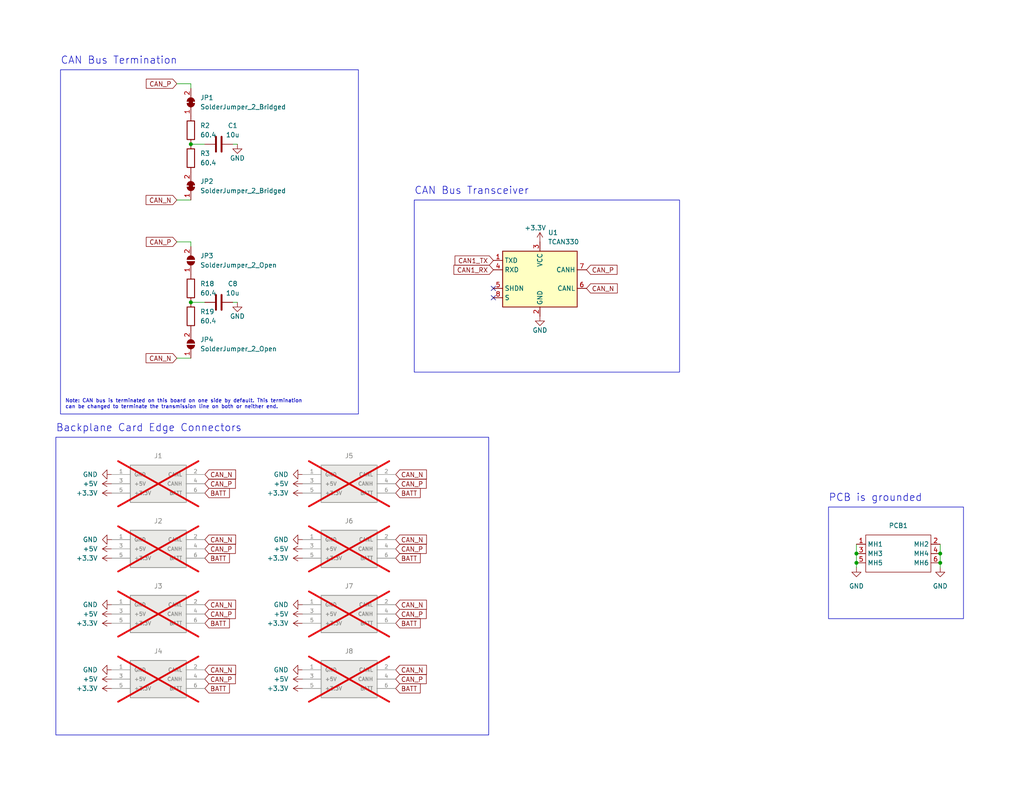
<source format=kicad_sch>
(kicad_sch (version 20230121) (generator eeschema)
  (paper "USLetter")
  (lib_symbols
    (symbol "Device:R" (pin_numbers hide) (pin_names (offset 0))
      (property "Reference" "R" (at 2.032 0 90))
      (property "Value" "R" (at 0 0 90))
      (symbol "R_0_1"
        (rectangle (start -1.016 -2.54) (end 1.016 2.54) (stroke (width 0.254)))
      )
      (symbol "R_1_1"
        (pin passive line (at 0 3.81 270) (length 1.27) (name "~") (number "1"))
        (pin passive line (at 0 -3.81 90) (length 1.27) (name "~") (number "2"))
      )
    )
    (symbol "Interface_CAN_LIN:TCAN330"
      (property "Reference" "U" (at -10.16 8.89 0))
      (property "Value" "TCAN330" (at 2.54 8.89 0))
      (symbol "TCAN330_0_1"
        (rectangle (start -10.16 7.62) (end 10.16 -7.62) (stroke (width 0.254)) (fill (type background)))
      )
      (symbol "TCAN330_1_1"
        (pin input line (at -12.7 5.08 0) (length 2.54) (name "TXD") (number "1"))
        (pin power_in line (at 0 -10.16 90) (length 2.54) (name "GND") (number "2"))
        (pin power_in line (at 0 10.16 270) (length 2.54) (name "VCC") (number "3"))
        (pin tri_state line (at -12.7 2.54 0) (length 2.54) (name "RXD") (number "4"))
        (pin input line (at -12.7 -2.54 0) (length 2.54) (name "SHDN") (number "5"))
        (pin bidirectional line (at 12.7 -2.54 180) (length 2.54) (name "CANL") (number "6"))
        (pin bidirectional line (at 12.7 2.54 180) (length 2.54) (name "CANH") (number "7"))
        (pin input line (at -12.7 -5.08 0) (length 2.54) (name "S") (number "8"))
      )
    )
    (symbol "Jumper:SolderJumper_2_Bridged" (pin_names (offset 0) hide)
      (property "Reference" "JP" (at 0 2.032 0))
      (property "Value" "SolderJumper_2_Bridged" (at 0 -2.54 0))
      (symbol "SolderJumper_2_Bridged_0_1"
        (rectangle (start -0.508 0.508) (end 0.508 -0.508) (fill (type outline)))
        (arc (start -0.254 1.016) (mid -1.2656 0) (end -0.254 -1.016))
        (arc (start -0.254 1.016) (mid -1.2656 0) (end -0.254 -1.016) (fill (type outline)))
        (polyline (pts (xy -0.254 1.016) (xy -0.254 -1.016)))
        (polyline (pts (xy 0.254 1.016) (xy 0.254 -1.016)))
        (arc (start 0.254 -1.016) (mid 1.2656 0) (end 0.254 1.016))
        (arc (start 0.254 -1.016) (mid 1.2656 0) (end 0.254 1.016) (fill (type outline)))
      )
      (symbol "SolderJumper_2_Bridged_1_1"
        (pin passive line (at -3.81 0 0) (length 2.54) (name "A") (number "1"))
        (pin passive line (at 3.81 0 180) (length 2.54) (name "B") (number "2"))
      )
    )
    (symbol "Jumper:SolderJumper_2_Open" (pin_names (offset 0) hide)
      (property "Reference" "JP" (at 0 2.032 0))
      (property "Value" "SolderJumper_2_Open" (at 0 -2.54 0))
      (symbol "SolderJumper_2_Open_0_1"
        (arc (start -0.254 1.016) (mid -1.2656 0) (end -0.254 -1.016))
        (arc (start -0.254 1.016) (mid -1.2656 0) (end -0.254 -1.016) (fill (type outline)))
        (polyline (pts (xy -0.254 1.016) (xy -0.254 -1.016)))
        (polyline (pts (xy 0.254 1.016) (xy 0.254 -1.016)))
        (arc (start 0.254 -1.016) (mid 1.2656 0) (end 0.254 1.016))
        (arc (start 0.254 -1.016) (mid 1.2656 0) (end 0.254 1.016) (fill (type outline)))
      )
      (symbol "SolderJumper_2_Open_1_1"
        (pin passive line (at -3.81 0 0) (length 2.54) (name "A") (number "1"))
        (pin passive line (at 3.81 0 180) (length 2.54) (name "B") (number "2"))
      )
    )
    (symbol "TVSC:Backplane_Connector_Producer" (pin_names (offset 1.016))
      (property "Reference" "J" (at 0 6.35 0))
      (symbol "Backplane_Connector_Producer_0_0"
        (rectangle (start -7.62 5.08) (end 7.62 -5.08) (stroke (width 0.254)) (fill (type background)))
      )
      (symbol "Backplane_Connector_Producer_1_0"
        (pin power_in line (at -12.7 2.54 0) (length 5.08) (name "GND") (number "1"))
        (pin bidirectional line (at 12.7 2.54 180) (length 5.08) (name "CANL") (number "2"))
        (pin power_in line (at -12.7 0 0) (length 5.08) (name "+5V") (number "3"))
        (pin bidirectional line (at 12.7 0 180) (length 5.08) (name "CANH") (number "4"))
        (pin power_in line (at -12.7 -2.54 0) (length 5.08) (name "+3.3V") (number "5"))
        (pin passive line (at 12.7 -2.54 180) (length 5.08) (name "BATT") (number "6"))
      )
    )
    (symbol "TVSC:Interior_Side_Panel_PCB" (in_bom no)
      (property "Reference" "PCB" (at 0 0 0))
      (symbol "Interior_Side_Panel_PCB_0_1"
        (rectangle (start -8.89 5.08) (end 8.89 -5.08))
      )
      (symbol "Interior_Side_Panel_PCB_1_1"
        (pin power_in line (at -11.43 2.54 0) (length 2.54) (name "MH1") (number "1"))
        (pin power_in line (at 11.43 2.54 180) (length 2.54) (name "MH2") (number "2"))
        (pin power_in line (at -11.43 0 0) (length 2.54) (name "MH3") (number "3"))
        (pin power_in line (at 11.43 0 180) (length 2.54) (name "MH4") (number "4"))
        (pin power_in line (at -11.43 -2.54 0) (length 2.54) (name "MH5") (number "5"))
        (pin power_in line (at 11.43 -2.54 180) (length 2.54) (name "MH6") (number "6"))
      )
    )
    (symbol "TVSC:Large_Decoupling_Capacitor" (pin_numbers hide) (pin_names (offset 0.254))
      (property "Reference" "C" (at 0.635 2.54 0))
      (property "Value" "10u" (at 0.635 -2.54 0))
      (symbol "Large_Decoupling_Capacitor_0_1"
        (polyline (pts (xy -2.032 -0.762) (xy 2.032 -0.762)) (stroke (width 0.508)))
        (polyline (pts (xy -2.032 0.762) (xy 2.032 0.762)) (stroke (width 0.508)))
      )
      (symbol "Large_Decoupling_Capacitor_1_1"
        (pin passive line (at 0 3.81 270) (length 2.794) (name "~") (number "1"))
        (pin passive line (at 0 -3.81 90) (length 2.794) (name "~") (number "2"))
      )
    )
    (symbol "power:+3.3V" (power) (pin_names (offset 0))
      (property "Value" "+3.3V" (at 0 3.556 0))
      (symbol "+3.3V_0_1"
        (polyline (pts (xy -0.762 1.27) (xy 0 2.54)))
        (polyline (pts (xy 0 0) (xy 0 2.54)))
        (polyline (pts (xy 0 2.54) (xy 0.762 1.27)))
      )
      (symbol "+3.3V_1_1"
        (pin power_in line (at 0 0 90) (length 0) hide (name "+3.3V") (number "1"))
      )
    )
    (symbol "power:+5V" (power) (pin_names (offset 0))
      (property "Value" "+5V" (at 0 3.556 0))
      (symbol "+5V_0_1"
        (polyline (pts (xy -0.762 1.27) (xy 0 2.54)))
        (polyline (pts (xy 0 0) (xy 0 2.54)))
        (polyline (pts (xy 0 2.54) (xy 0.762 1.27)))
      )
      (symbol "+5V_1_1"
        (pin power_in line (at 0 0 90) (length 0) hide (name "+5V") (number "1"))
      )
    )
    (symbol "power:GND" (power) (pin_names (offset 0))
      (property "Value" "GND" (at 0 -3.81 0))
      (symbol "GND_0_1"
        (polyline (pts (xy 0 0) (xy 0 -1.27) (xy 1.27 -1.27) (xy 0 -2.54) (xy -1.27 -1.27) (xy 0 -1.27)))
      )
      (symbol "GND_1_1"
        (pin power_in line (at 0 0 270) (length 0) hide (name "GND") (number "1"))
      )
    )
  )
  (junction (at 256.54 151.13))
  (junction (at 233.68 151.13))
  (junction (at 52.07 39.37))
  (junction (at 52.07 82.55))
  (junction (at 256.54 153.67))
  (junction (at 233.68 153.67))
  (no_connect (at 134.62 78.74))
  (no_connect (at 134.62 81.28))
  (wire (pts (xy 52.07 66.04) (xy 48.26 66.04)))
  (wire (pts (xy 256.54 148.59) (xy 256.54 151.13)))
  (wire (pts (xy 52.07 54.61) (xy 48.26 54.61)))
  (wire (pts (xy 55.88 39.37) (xy 52.07 39.37)))
  (wire (pts (xy 55.88 82.55) (xy 52.07 82.55)))
  (wire (pts (xy 63.5 82.55) (xy 64.77 82.55)))
  (wire (pts (xy 233.68 151.13) (xy 233.68 153.67)))
  (wire (pts (xy 52.07 22.86) (xy 48.26 22.86)))
  (wire (pts (xy 52.07 66.04) (xy 52.07 67.31)))
  (wire (pts (xy 52.07 22.86) (xy 52.07 24.13)))
  (wire (pts (xy 52.07 97.79) (xy 48.26 97.79)))
  (wire (pts (xy 233.68 153.67) (xy 233.68 154.94)))
  (wire (pts (xy 256.54 153.67) (xy 256.54 154.94)))
  (wire (pts (xy 256.54 151.13) (xy 256.54 153.67)))
  (wire (pts (xy 63.5 39.37) (xy 64.77 39.37)))
  (wire (pts (xy 233.68 148.59) (xy 233.68 151.13)))
  (rectangle (start 226.06 138.43) (end 262.89 168.91))
  (rectangle (start 16.51 19.05) (end 97.79 113.03))
  (rectangle (start 113.03 54.61) (end 185.42 101.6))
  (rectangle (start 15.24 119.38) (end 133.35 200.66))
  (text "Note: CAN bus is terminated on this board on one side by default. This termination\ncan be changed to terminate the transmission line on both or neither end." (at 17.78 111.76 0) (effects (font (size 1 1)) (justify left bottom)))
  (text "PCB is grounded" (at 226.06 137.16 0) (effects (font (size 2 2)) (justify left bottom)))
  (text "CAN Bus Transceiver" (at 113.03 53.34 0) (effects (font (size 2 2)) (justify left bottom)))
  (text "CAN Bus Termination" (at 16.51 17.78 0) (effects (font (size 2 2)) (justify left bottom)))
  (text "Backplane Card Edge Connectors" (at 15.24 118.11 0) (effects (font (size 2 2)) (justify left bottom)))
  (global_label "BATT" (shape input) (at 55.88 170.18 0) (property "Intersheetrefs" "${INTERSHEET_REFS}" (at 63.159 170.18 0) (effects (justify left))))
  (global_label "BATT" (shape input) (at 107.95 152.4 0) (property "Intersheetrefs" "${INTERSHEET_REFS}" (at 115.229 152.4 0) (effects (justify left))))
  (global_label "CAN_P" (shape input) (at 55.88 185.42 0) (property "Intersheetrefs" "${INTERSHEET_REFS}" (at 63.8243 185.42 0) (effects (justify left))))
  (global_label "CAN_N" (shape input) (at 107.95 147.32 0) (property "Intersheetrefs" "${INTERSHEET_REFS}" (at 115.9548 147.32 0) (effects (justify left))))
  (global_label "CAN_N" (shape input) (at 48.26 97.79 180) (property "Intersheetrefs" "${INTERSHEET_REFS}" (at 39.2876 97.79 0) (effects (justify right))))
  (global_label "BATT" (shape input) (at 107.95 187.96 0) (property "Intersheetrefs" "${INTERSHEET_REFS}" (at 115.229 187.96 0) (effects (justify left))))
  (global_label "CAN_P" (shape input) (at 55.88 167.64 0) (property "Intersheetrefs" "${INTERSHEET_REFS}" (at 63.8243 167.64 0) (effects (justify left))))
  (global_label "CAN_N" (shape input) (at 107.95 182.88 0) (property "Intersheetrefs" "${INTERSHEET_REFS}" (at 115.9548 182.88 0) (effects (justify left))))
  (global_label "CAN_P" (shape input) (at 55.88 132.08 0) (property "Intersheetrefs" "${INTERSHEET_REFS}" (at 63.8243 132.08 0) (effects (justify left))))
  (global_label "CAN_N" (shape input) (at 55.88 165.1 0) (property "Intersheetrefs" "${INTERSHEET_REFS}" (at 63.8848 165.1 0) (effects (justify left))))
  (global_label "CAN_N" (shape input) (at 160.02 78.74 0) (property "Intersheetrefs" "${INTERSHEET_REFS}" (at 167.7224 78.74 0) (effects (justify left))))
  (global_label "CAN_P" (shape input) (at 107.95 149.86 0) (property "Intersheetrefs" "${INTERSHEET_REFS}" (at 115.8943 149.86 0) (effects (justify left))))
  (global_label "CAN_N" (shape input) (at 48.26 54.61 180) (property "Intersheetrefs" "${INTERSHEET_REFS}" (at 39.2876 54.61 0) (effects (justify right))))
  (global_label "CAN_N" (shape input) (at 55.88 129.54 0) (property "Intersheetrefs" "${INTERSHEET_REFS}" (at 63.8848 129.54 0) (effects (justify left))))
  (global_label "CAN1_RX" (shape input) (at 134.62 73.66 180) (property "Intersheetrefs" "${INTERSHEET_REFS}" (at 123.2891 73.66 0) (effects (justify right))))
  (global_label "CAN_N" (shape input) (at 107.95 129.54 0) (property "Intersheetrefs" "${INTERSHEET_REFS}" (at 115.9548 129.54 0) (effects (justify left))))
  (global_label "CAN_P" (shape input) (at 48.26 66.04 180) (property "Intersheetrefs" "${INTERSHEET_REFS}" (at 39.3481 66.04 0) (effects (justify right))))
  (global_label "CAN_P" (shape input) (at 107.95 185.42 0) (property "Intersheetrefs" "${INTERSHEET_REFS}" (at 115.8943 185.42 0) (effects (justify left))))
  (global_label "CAN_P" (shape input) (at 48.26 22.86 180) (property "Intersheetrefs" "${INTERSHEET_REFS}" (at 39.3481 22.86 0) (effects (justify right))))
  (global_label "CAN_P" (shape input) (at 107.95 132.08 0) (property "Intersheetrefs" "${INTERSHEET_REFS}" (at 115.8943 132.08 0) (effects (justify left))))
  (global_label "CAN_P" (shape input) (at 107.95 167.64 0) (property "Intersheetrefs" "${INTERSHEET_REFS}" (at 115.8943 167.64 0) (effects (justify left))))
  (global_label "BATT" (shape input) (at 55.88 187.96 0) (property "Intersheetrefs" "${INTERSHEET_REFS}" (at 63.159 187.96 0) (effects (justify left))))
  (global_label "CAN_N" (shape input) (at 55.88 182.88 0) (property "Intersheetrefs" "${INTERSHEET_REFS}" (at 63.8848 182.88 0) (effects (justify left))))
  (global_label "CAN_P" (shape input) (at 160.02 73.66 0) (property "Intersheetrefs" "${INTERSHEET_REFS}" (at 168.0248 73.66 0) (effects (justify left))))
  (global_label "CAN_N" (shape input) (at 55.88 147.32 0) (property "Intersheetrefs" "${INTERSHEET_REFS}" (at 63.8848 147.32 0) (effects (justify left))))
  (global_label "BATT" (shape input) (at 107.95 170.18 0) (property "Intersheetrefs" "${INTERSHEET_REFS}" (at 115.229 170.18 0) (effects (justify left))))
  (global_label "CAN_N" (shape input) (at 107.95 165.1 0) (property "Intersheetrefs" "${INTERSHEET_REFS}" (at 115.9548 165.1 0) (effects (justify left))))
  (global_label "CAN1_TX" (shape input) (at 134.62 71.12 180) (property "Intersheetrefs" "${INTERSHEET_REFS}" (at 123.5915 71.12 0) (effects (justify right))))
  (global_label "CAN_P" (shape input) (at 55.88 149.86 0) (property "Intersheetrefs" "${INTERSHEET_REFS}" (at 63.8243 149.86 0) (effects (justify left))))
  (global_label "BATT" (shape input) (at 107.95 134.62 0) (property "Intersheetrefs" "${INTERSHEET_REFS}" (at 115.229 134.62 0) (effects (justify left))))
  (global_label "BATT" (shape input) (at 55.88 134.62 0) (property "Intersheetrefs" "${INTERSHEET_REFS}" (at 63.159 134.62 0) (effects (justify left))))
  (global_label "BATT" (shape input) (at 55.88 152.4 0) (property "Intersheetrefs" "${INTERSHEET_REFS}" (at 63.159 152.4 0) (effects (justify left))))
  (symbol (lib_id "Jumper:SolderJumper_2_Open") (at 52.07 93.98 90) (unit 1)
    (property "Reference" "JP4" (at 54.61 92.71 90) (effects (justify right)))
    (property "Value" "SolderJumper_2_Open" (at 54.61 95.25 90) (effects (justify right)))
    (property "Footprint" "Jumper:SolderJumper-2_P1.3mm_Open_RoundedPad1.0x1.5mm" (effects hide))
  )
  (symbol (lib_id "power:+5V") (at 30.48 132.08 90) (unit 1)
    (property "Reference" "#PWR02" (effects hide))
    (property "Value" "+5V" (at 26.67 132.08 90) (effects (justify left)))
  )
  (symbol (lib_id "power:+3.3V") (at 30.48 187.96 90) (unit 1)
    (property "Reference" "#PWR017" (effects hide))
    (property "Value" "+3.3V" (at 26.67 187.96 90) (effects (justify left)))
  )
  (symbol (lib_id "power:+5V") (at 82.55 132.08 90) (unit 1)
    (property "Reference" "#PWR019" (effects hide))
    (property "Value" "+5V" (at 78.74 132.08 90) (effects (justify left)))
  )
  (symbol (lib_id "power:+5V") (at 82.55 185.42 90) (unit 1)
    (property "Reference" "#PWR028" (effects hide))
    (property "Value" "+5V" (at 78.74 185.42 90) (effects (justify left)))
  )
  (symbol (lib_id "TVSC:Backplane_Connector_Producer") (at 95.25 149.86 0) (unit 1) (dnp yes)
    (property "Reference" "J6" (at 95.25 142.24 0))
    (property "Value" "TE_Connectivity_7-5530843-7" (effects hide))
    (property "Footprint" "footprints:TE_Connectivity_7-5530843-7" (effects hide))
    (property "Datasheet" "https://www.te.com/commerce/DocumentDelivery/DDEController?Action=showdoc&DocId=Customer+Drawing%7F5530843%7FG1%7Fpdf%7FEnglish%7FENG_CD_5530843_G1.pdf" (effects hide))
    (property "Manufacturer" "TE Connectivity" (effects hide))
    (property "Manufacturer Part Number" "7-5530843-7" (effects hide))
    (property "MPN" "C4570400" (effects hide))
  )
  (symbol (lib_id "power:GND") (at 147.32 86.36 0) (unit 1)
    (property "Reference" "#PWR040" (effects hide))
    (property "Value" "GND" (at 147.32 90.17 0))
  )
  (symbol (lib_id "power:GND") (at 64.77 39.37 0) (unit 1)
    (property "Reference" "#PWR039" (effects hide))
    (property "Value" "GND" (at 64.77 43.18 0))
  )
  (symbol (lib_id "Device:R") (at 52.07 43.18 0) (unit 1)
    (property "Reference" "R3" (at 54.61 41.91 0) (effects (justify left)))
    (property "Value" "60.4" (at 54.61 44.45 0) (effects (justify left)))
    (property "Footprint" "Resistor_SMD:R_0402_1005Metric" (effects hide))
    (property "Active" "Y" (effects hide))
    (property "MPN" "C60310" (effects hide))
    (property "Manufacturer" "UNI-ROYAL" (effects hide))
    (property "Manufacturer Part Number" "0402WGF604JTCE" (effects hide))
  )
  (symbol (lib_id "power:+3.3V") (at 82.55 187.96 90) (unit 1)
    (property "Reference" "#PWR029" (effects hide))
    (property "Value" "+3.3V" (at 78.74 187.96 90) (effects (justify left)))
  )
  (symbol (lib_id "TVSC:Backplane_Connector_Producer") (at 95.25 167.64 0) (unit 1) (dnp yes)
    (property "Reference" "J7" (at 95.25 160.02 0))
    (property "Value" "TE_Connectivity_7-5530843-7" (effects hide))
    (property "Footprint" "footprints:TE_Connectivity_7-5530843-7" (effects hide))
    (property "Datasheet" "https://www.te.com/commerce/DocumentDelivery/DDEController?Action=showdoc&DocId=Customer+Drawing%7F5530843%7FG1%7Fpdf%7FEnglish%7FENG_CD_5530843_G1.pdf" (effects hide))
    (property "Manufacturer" "TE Connectivity" (effects hide))
    (property "Manufacturer Part Number" "7-5530843-7" (effects hide))
    (property "MPN" "C4570400" (effects hide))
  )
  (symbol (lib_id "power:GND") (at 233.68 154.94 0) (unit 1)
    (property "Reference" "#PWR01" (effects hide))
    (property "Value" "GND" (at 233.68 160.02 0))
  )
  (symbol (lib_id "TVSC:Backplane_Connector_Producer") (at 95.25 185.42 0) (unit 1) (dnp yes)
    (property "Reference" "J8" (at 95.25 177.8 0))
    (property "Value" "TE_Connectivity_7-5530843-7" (effects hide))
    (property "Footprint" "footprints:TE_Connectivity_7-5530843-7" (effects hide))
    (property "Datasheet" "https://www.te.com/commerce/DocumentDelivery/DDEController?Action=showdoc&DocId=Customer+Drawing%7F5530843%7FG1%7Fpdf%7FEnglish%7FENG_CD_5530843_G1.pdf" (effects hide))
    (property "Manufacturer" "TE Connectivity" (effects hide))
    (property "Manufacturer Part Number" "7-5530843-7" (effects hide))
    (property "MPN" "C4570400" (effects hide))
  )
  (symbol (lib_id "power:GND") (at 82.55 165.1 270) (unit 1)
    (property "Reference" "#PWR024" (effects hide))
    (property "Value" "GND" (at 78.74 165.1 90) (effects (justify right)))
  )
  (symbol (lib_id "power:+5V") (at 82.55 149.86 90) (unit 1)
    (property "Reference" "#PWR022" (effects hide))
    (property "Value" "+5V" (at 78.74 149.86 90) (effects (justify left)))
  )
  (symbol (lib_id "power:GND") (at 30.48 182.88 270) (unit 1)
    (property "Reference" "#PWR015" (effects hide))
    (property "Value" "GND" (at 26.67 182.88 90) (effects (justify right)))
  )
  (symbol (lib_id "power:GND") (at 64.77 82.55 0) (unit 1)
    (property "Reference" "#PWR050" (effects hide))
    (property "Value" "GND" (at 64.77 86.36 0))
  )
  (symbol (lib_id "Jumper:SolderJumper_2_Bridged") (at 52.07 50.8 90) (unit 1)
    (property "Reference" "JP2" (at 54.61 49.53 90) (effects (justify right)))
    (property "Value" "SolderJumper_2_Bridged" (at 54.61 52.07 90) (effects (justify right)))
    (property "Footprint" "Jumper:SolderJumper-2_P1.3mm_Bridged_RoundedPad1.0x1.5mm" (effects hide))
  )
  (symbol (lib_id "power:GND") (at 82.55 182.88 270) (unit 1)
    (property "Reference" "#PWR027" (effects hide))
    (property "Value" "GND" (at 78.74 182.88 90) (effects (justify right)))
  )
  (symbol (lib_id "power:+3.3V") (at 30.48 170.18 90) (unit 1)
    (property "Reference" "#PWR014" (effects hide))
    (property "Value" "+3.3V" (at 26.67 170.18 90) (effects (justify left)))
  )
  (symbol (lib_id "power:GND") (at 82.55 129.54 270) (unit 1)
    (property "Reference" "#PWR018" (effects hide))
    (property "Value" "GND" (at 78.74 129.54 90) (effects (justify right)))
  )
  (symbol (lib_id "power:+5V") (at 30.48 149.86 90) (unit 1)
    (property "Reference" "#PWR010" (effects hide))
    (property "Value" "+5V" (at 26.67 149.86 90) (effects (justify left)))
  )
  (symbol (lib_id "Device:R") (at 52.07 35.56 0) (unit 1)
    (property "Reference" "R2" (at 54.61 34.29 0) (effects (justify left)))
    (property "Value" "60.4" (at 54.61 36.83 0) (effects (justify left)))
    (property "Footprint" "Resistor_SMD:R_0402_1005Metric" (effects hide))
    (property "Active" "Y" (effects hide))
    (property "MPN" "C60310" (effects hide))
    (property "Manufacturer" "UNI-ROYAL" (effects hide))
    (property "Manufacturer Part Number" "0402WGF604JTCE" (effects hide))
  )
  (symbol (lib_id "TVSC:Large_Decoupling_Capacitor") (at 59.69 39.37 90) (unit 1)
    (property "Reference" "C1" (at 63.5 34.29 90))
    (property "Value" "10u" (at 63.5 36.83 90))
    (property "Footprint" "footprints:Nondescript_C_0603_1608Metric" (effects hide))
    (property "Datasheet" "https://www.murata.com/en-us/products/productdetail?partno=GRM188R61E106KA73%23" (effects hide))
    (property "MPN" "C344022" (effects hide))
    (property "Manufacturer" "Murata Electronics" (effects hide))
    (property "Manufacturer Part Number" "GRM188R61E106KA73D" (effects hide))
  )
  (symbol (lib_id "TVSC:Backplane_Connector_Producer") (at 43.18 185.42 0) (unit 1) (dnp yes)
    (property "Reference" "J4" (at 43.18 177.8 0))
    (property "Value" "TE_Connectivity_7-5530843-7" (effects hide))
    (property "Footprint" "footprints:TE_Connectivity_7-5530843-7" (effects hide))
    (property "Datasheet" "https://www.te.com/commerce/DocumentDelivery/DDEController?Action=showdoc&DocId=Customer+Drawing%7F5530843%7FG1%7Fpdf%7FEnglish%7FENG_CD_5530843_G1.pdf" (effects hide))
    (property "Manufacturer" "TE Connectivity" (effects hide))
    (property "Manufacturer Part Number" "7-5530843-7" (effects hide))
    (property "MPN" "C4570400" (effects hide))
  )
  (symbol (lib_id "Device:R") (at 52.07 86.36 0) (unit 1)
    (property "Reference" "R19" (at 54.61 85.09 0) (effects (justify left)))
    (property "Value" "60.4" (at 54.61 87.63 0) (effects (justify left)))
    (property "Footprint" "Resistor_SMD:R_0402_1005Metric" (effects hide))
    (property "Active" "Y" (effects hide))
    (property "MPN" "C60310" (effects hide))
    (property "Manufacturer" "UNI-ROYAL" (effects hide))
    (property "Manufacturer Part Number" "0402WGF604JTCE" (effects hide))
  )
  (symbol (lib_id "Device:R") (at 52.07 78.74 0) (unit 1)
    (property "Reference" "R18" (at 54.61 77.47 0) (effects (justify left)))
    (property "Value" "60.4" (at 54.61 80.01 0) (effects (justify left)))
    (property "Footprint" "Resistor_SMD:R_0402_1005Metric" (effects hide))
    (property "Active" "Y" (effects hide))
    (property "MPN" "C60310" (effects hide))
    (property "Manufacturer" "UNI-ROYAL" (effects hide))
    (property "Manufacturer Part Number" "0402WGF604JTCE" (effects hide))
  )
  (symbol (lib_id "TVSC:Backplane_Connector_Producer") (at 43.18 132.08 0) (unit 1) (dnp yes)
    (property "Reference" "J1" (at 43.18 124.46 0))
    (property "Value" "TE_Connectivity_7-5530843-7" (effects hide))
    (property "Footprint" "footprints:TE_Connectivity_7-5530843-7" (effects hide))
    (property "Datasheet" "https://www.te.com/commerce/DocumentDelivery/DDEController?Action=showdoc&DocId=Customer+Drawing%7F5530843%7FG1%7Fpdf%7FEnglish%7FENG_CD_5530843_G1.pdf" (effects hide))
    (property "Manufacturer" "TE Connectivity" (effects hide))
    (property "Manufacturer Part Number" "7-5530843-7" (effects hide))
    (property "MPN" "C4570400" (effects hide))
  )
  (symbol (lib_id "TVSC:Backplane_Connector_Producer") (at 95.25 132.08 0) (unit 1) (dnp yes)
    (property "Reference" "J5" (at 95.25 124.46 0))
    (property "Value" "TE_Connectivity_7-5530843-7" (effects hide))
    (property "Footprint" "footprints:TE_Connectivity_7-5530843-7" (effects hide))
    (property "Datasheet" "https://www.te.com/commerce/DocumentDelivery/DDEController?Action=showdoc&DocId=Customer+Drawing%7F5530843%7FG1%7Fpdf%7FEnglish%7FENG_CD_5530843_G1.pdf" (effects hide))
    (property "Manufacturer" "TE Connectivity" (effects hide))
    (property "Manufacturer Part Number" "7-5530843-7" (effects hide))
    (property "MPN" "C4570400" (effects hide))
  )
  (symbol (lib_id "power:GND") (at 82.55 147.32 270) (unit 1)
    (property "Reference" "#PWR021" (effects hide))
    (property "Value" "GND" (at 78.74 147.32 90) (effects (justify right)))
  )
  (symbol (lib_id "TVSC:Backplane_Connector_Producer") (at 43.18 167.64 0) (unit 1) (dnp yes)
    (property "Reference" "J3" (at 43.18 160.02 0))
    (property "Value" "TE_Connectivity_7-5530843-7" (effects hide))
    (property "Footprint" "footprints:TE_Connectivity_7-5530843-7" (effects hide))
    (property "Datasheet" "https://www.te.com/commerce/DocumentDelivery/DDEController?Action=showdoc&DocId=Customer+Drawing%7F5530843%7FG1%7Fpdf%7FEnglish%7FENG_CD_5530843_G1.pdf" (effects hide))
    (property "Manufacturer" "TE Connectivity" (effects hide))
    (property "Manufacturer Part Number" "7-5530843-7" (effects hide))
    (property "MPN" "C4570400" (effects hide))
  )
  (symbol (lib_id "TVSC:Large_Decoupling_Capacitor") (at 59.69 82.55 90) (unit 1)
    (property "Reference" "C8" (at 63.5 77.47 90))
    (property "Value" "10u" (at 63.5 80.01 90))
    (property "Footprint" "footprints:Nondescript_C_0603_1608Metric" (effects hide))
    (property "Datasheet" "https://www.murata.com/en-us/products/productdetail?partno=GRM188R61E106KA73%23" (effects hide))
    (property "MPN" "C344022" (effects hide))
    (property "Manufacturer" "Murata Electronics" (effects hide))
    (property "Manufacturer Part Number" "GRM188R61E106KA73D" (effects hide))
  )
  (symbol (lib_id "power:GND") (at 256.54 154.94 0) (unit 1)
    (property "Reference" "#PWR08" (effects hide))
    (property "Value" "GND" (at 256.54 160.02 0))
  )
  (symbol (lib_id "Interface_CAN_LIN:TCAN330") (at 147.32 76.2 0) (unit 1)
    (property "Reference" "U1" (at 149.5141 63.5 0) (effects (justify left)))
    (property "Value" "TCAN330" (at 149.5141 66.04 0) (effects (justify left)))
    (property "Footprint" "Package_TO_SOT_SMD:SOT-23-8" (effects hide))
    (property "Datasheet" "http://www.ti.com/lit/ds/symlink/tcan330.pdf" (effects hide))
    (property "Alternate" "TCAN332" (effects hide))
    (property "Manufacturer" "Texas Instruments" (effects hide))
    (property "Manufacturer Part Number" "TCAN330DCNR" (effects hide))
    (property "Active" "Y" (effects hide))
    (property "MPN" "C2877587" (effects hide))
  )
  (symbol (lib_id "Jumper:SolderJumper_2_Bridged") (at 52.07 27.94 90) (unit 1)
    (property "Reference" "JP1" (at 54.61 26.67 90) (effects (justify right)))
    (property "Value" "SolderJumper_2_Bridged" (at 54.61 29.21 90) (effects (justify right)))
    (property "Footprint" "Jumper:SolderJumper-2_P1.3mm_Bridged_RoundedPad1.0x1.5mm" (effects hide))
  )
  (symbol (lib_id "power:GND") (at 30.48 147.32 270) (unit 1)
    (property "Reference" "#PWR07" (effects hide))
    (property "Value" "GND" (at 26.67 147.32 90) (effects (justify right)))
  )
  (symbol (lib_id "power:+3.3V") (at 82.55 152.4 90) (unit 1)
    (property "Reference" "#PWR023" (effects hide))
    (property "Value" "+3.3V" (at 78.74 152.4 90) (effects (justify left)))
  )
  (symbol (lib_id "power:+3.3V") (at 30.48 152.4 90) (unit 1)
    (property "Reference" "#PWR011" (effects hide))
    (property "Value" "+3.3V" (at 26.67 152.4 90) (effects (justify left)))
  )
  (symbol (lib_id "Jumper:SolderJumper_2_Open") (at 52.07 71.12 90) (unit 1)
    (property "Reference" "JP3" (at 54.61 69.85 90) (effects (justify right)))
    (property "Value" "SolderJumper_2_Open" (at 54.61 72.39 90) (effects (justify right)))
    (property "Footprint" "Jumper:SolderJumper-2_P1.3mm_Open_RoundedPad1.0x1.5mm" (effects hide))
  )
  (symbol (lib_id "power:+5V") (at 30.48 167.64 90) (unit 1)
    (property "Reference" "#PWR013" (effects hide))
    (property "Value" "+5V" (at 26.67 167.64 90) (effects (justify left)))
  )
  (symbol (lib_id "power:GND") (at 30.48 129.54 270) (unit 1)
    (property "Reference" "#PWR04" (effects hide))
    (property "Value" "GND" (at 26.67 129.54 90) (effects (justify right)))
  )
  (symbol (lib_id "power:+3.3V") (at 147.32 66.04 0) (unit 1)
    (property "Reference" "#PWR09" (effects hide))
    (property "Value" "+3.3V" (at 146.05 62.23 0))
  )
  (symbol (lib_id "power:GND") (at 30.48 165.1 270) (unit 1)
    (property "Reference" "#PWR012" (effects hide))
    (property "Value" "GND" (at 26.67 165.1 90) (effects (justify right)))
  )
  (symbol (lib_id "power:+5V") (at 82.55 167.64 90) (unit 1)
    (property "Reference" "#PWR025" (effects hide))
    (property "Value" "+5V" (at 78.74 167.64 90) (effects (justify left)))
  )
  (symbol (lib_id "power:+3.3V") (at 82.55 134.62 90) (unit 1)
    (property "Reference" "#PWR020" (effects hide))
    (property "Value" "+3.3V" (at 78.74 134.62 90) (effects (justify left)))
  )
  (symbol (lib_id "power:+3.3V") (at 82.55 170.18 90) (unit 1)
    (property "Reference" "#PWR026" (effects hide))
    (property "Value" "+3.3V" (at 78.74 170.18 90) (effects (justify left)))
  )
  (symbol (lib_id "TVSC:Backplane_Connector_Producer") (at 43.18 149.86 0) (unit 1) (dnp yes)
    (property "Reference" "J2" (at 43.18 142.24 0))
    (property "Value" "TE_Connectivity_7-5530843-7" (effects hide))
    (property "Footprint" "footprints:TE_Connectivity_7-5530843-7" (effects hide))
    (property "Datasheet" "https://www.te.com/commerce/DocumentDelivery/DDEController?Action=showdoc&DocId=Customer+Drawing%7F5530843%7FG1%7Fpdf%7FEnglish%7FENG_CD_5530843_G1.pdf" (effects hide))
    (property "Manufacturer" "TE Connectivity" (effects hide))
    (property "Manufacturer Part Number" "7-5530843-7" (effects hide))
    (property "MPN" "C4570400" (effects hide))
  )
  (symbol (lib_id "TVSC:Interior_Side_Panel_PCB") (at 245.11 151.13 0) (unit 1) (in_bom no)
    (property "Reference" "PCB1" (at 245.11 143.51 0))
    (property "Footprint" "footprints:Interior_Side_Panel_PCB_Shape" (effects hide))
  )
  (symbol (lib_id "power:+3.3V") (at 30.48 134.62 90) (unit 1)
    (property "Reference" "#PWR03" (effects hide))
    (property "Value" "+3.3V" (at 26.67 134.62 90) (effects (justify left)))
  )
  (symbol (lib_id "power:+5V") (at 30.48 185.42 90) (unit 1)
    (property "Reference" "#PWR016" (effects hide))
    (property "Value" "+5V" (at 26.67 185.42 90) (effects (justify left)))
  )
)
</source>
